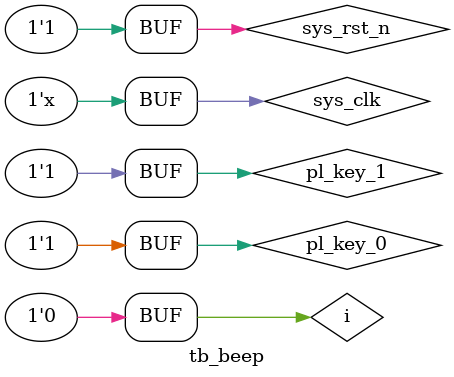
<source format=v>
`timescale 1ns / 1ps


module tb_beep(

    );

    reg sys_clk;
    reg sys_rst_n;
    reg pl_key_0;
    reg pl_key_1;
    wire beep;
    wire pl_led_0;
    wire pl_led_1;
    reg i;

    initial begin
        sys_clk = 0;
        sys_rst_n <=0;
        pl_key_0 <=1;
        pl_key_1<=1;
        #15 sys_rst_n <=1;
        #25 pl_key_0 <=0;
        #20000 pl_key_0 <=1;
        for(i=0;i<12;i=i+1) begin
            #25 pl_key_1 <=0;
            #30125 pl_key_1 <=1;
        end
    end

    always #10 sys_clk <= ~sys_clk;

    beep
    #(
        .TIMEOUT(32'd999)
    )
    u_beep
    (
        .sys_clk         (sys_clk),    
        .sys_rst_n       (sys_rst_n),  
        .pl_key_0        (pl_key_0),   
        .pl_key_1        (pl_key_1),   
        .beep            (beep),    
        .pl_led_0        (pl_led_0),  
        .pl_led_1        (pl_led_1)
    );

endmodule

</source>
